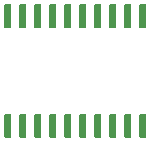
<source format=gbr>
%TF.GenerationSoftware,KiCad,Pcbnew,5.1.5+dfsg1-2build2*%
%TF.CreationDate,2021-10-31T16:16:40-04:00*%
%TF.ProjectId,PCB_LeftPanel,5043425f-4c65-4667-9450-616e656c2e6b,1*%
%TF.SameCoordinates,Original*%
%TF.FileFunction,Paste,Top*%
%TF.FilePolarity,Positive*%
%FSLAX46Y46*%
G04 Gerber Fmt 4.6, Leading zero omitted, Abs format (unit mm)*
G04 Created by KiCad (PCBNEW 5.1.5+dfsg1-2build2) date 2021-10-31 16:16:40*
%MOMM*%
%LPD*%
G04 APERTURE LIST*
%ADD10C,0.100000*%
G04 APERTURE END LIST*
D10*
%TO.C,U3*%
G36*
X65569703Y-59505722D02*
G01*
X65584264Y-59507882D01*
X65598543Y-59511459D01*
X65612403Y-59516418D01*
X65625710Y-59522712D01*
X65638336Y-59530280D01*
X65650159Y-59539048D01*
X65661066Y-59548934D01*
X65670952Y-59559841D01*
X65679720Y-59571664D01*
X65687288Y-59584290D01*
X65693582Y-59597597D01*
X65698541Y-59611457D01*
X65702118Y-59625736D01*
X65704278Y-59640297D01*
X65705000Y-59655000D01*
X65705000Y-61405000D01*
X65704278Y-61419703D01*
X65702118Y-61434264D01*
X65698541Y-61448543D01*
X65693582Y-61462403D01*
X65687288Y-61475710D01*
X65679720Y-61488336D01*
X65670952Y-61500159D01*
X65661066Y-61511066D01*
X65650159Y-61520952D01*
X65638336Y-61529720D01*
X65625710Y-61537288D01*
X65612403Y-61543582D01*
X65598543Y-61548541D01*
X65584264Y-61552118D01*
X65569703Y-61554278D01*
X65555000Y-61555000D01*
X65255000Y-61555000D01*
X65240297Y-61554278D01*
X65225736Y-61552118D01*
X65211457Y-61548541D01*
X65197597Y-61543582D01*
X65184290Y-61537288D01*
X65171664Y-61529720D01*
X65159841Y-61520952D01*
X65148934Y-61511066D01*
X65139048Y-61500159D01*
X65130280Y-61488336D01*
X65122712Y-61475710D01*
X65116418Y-61462403D01*
X65111459Y-61448543D01*
X65107882Y-61434264D01*
X65105722Y-61419703D01*
X65105000Y-61405000D01*
X65105000Y-59655000D01*
X65105722Y-59640297D01*
X65107882Y-59625736D01*
X65111459Y-59611457D01*
X65116418Y-59597597D01*
X65122712Y-59584290D01*
X65130280Y-59571664D01*
X65139048Y-59559841D01*
X65148934Y-59548934D01*
X65159841Y-59539048D01*
X65171664Y-59530280D01*
X65184290Y-59522712D01*
X65197597Y-59516418D01*
X65211457Y-59511459D01*
X65225736Y-59507882D01*
X65240297Y-59505722D01*
X65255000Y-59505000D01*
X65555000Y-59505000D01*
X65569703Y-59505722D01*
G37*
G36*
X64299703Y-59505722D02*
G01*
X64314264Y-59507882D01*
X64328543Y-59511459D01*
X64342403Y-59516418D01*
X64355710Y-59522712D01*
X64368336Y-59530280D01*
X64380159Y-59539048D01*
X64391066Y-59548934D01*
X64400952Y-59559841D01*
X64409720Y-59571664D01*
X64417288Y-59584290D01*
X64423582Y-59597597D01*
X64428541Y-59611457D01*
X64432118Y-59625736D01*
X64434278Y-59640297D01*
X64435000Y-59655000D01*
X64435000Y-61405000D01*
X64434278Y-61419703D01*
X64432118Y-61434264D01*
X64428541Y-61448543D01*
X64423582Y-61462403D01*
X64417288Y-61475710D01*
X64409720Y-61488336D01*
X64400952Y-61500159D01*
X64391066Y-61511066D01*
X64380159Y-61520952D01*
X64368336Y-61529720D01*
X64355710Y-61537288D01*
X64342403Y-61543582D01*
X64328543Y-61548541D01*
X64314264Y-61552118D01*
X64299703Y-61554278D01*
X64285000Y-61555000D01*
X63985000Y-61555000D01*
X63970297Y-61554278D01*
X63955736Y-61552118D01*
X63941457Y-61548541D01*
X63927597Y-61543582D01*
X63914290Y-61537288D01*
X63901664Y-61529720D01*
X63889841Y-61520952D01*
X63878934Y-61511066D01*
X63869048Y-61500159D01*
X63860280Y-61488336D01*
X63852712Y-61475710D01*
X63846418Y-61462403D01*
X63841459Y-61448543D01*
X63837882Y-61434264D01*
X63835722Y-61419703D01*
X63835000Y-61405000D01*
X63835000Y-59655000D01*
X63835722Y-59640297D01*
X63837882Y-59625736D01*
X63841459Y-59611457D01*
X63846418Y-59597597D01*
X63852712Y-59584290D01*
X63860280Y-59571664D01*
X63869048Y-59559841D01*
X63878934Y-59548934D01*
X63889841Y-59539048D01*
X63901664Y-59530280D01*
X63914290Y-59522712D01*
X63927597Y-59516418D01*
X63941457Y-59511459D01*
X63955736Y-59507882D01*
X63970297Y-59505722D01*
X63985000Y-59505000D01*
X64285000Y-59505000D01*
X64299703Y-59505722D01*
G37*
G36*
X63029703Y-59505722D02*
G01*
X63044264Y-59507882D01*
X63058543Y-59511459D01*
X63072403Y-59516418D01*
X63085710Y-59522712D01*
X63098336Y-59530280D01*
X63110159Y-59539048D01*
X63121066Y-59548934D01*
X63130952Y-59559841D01*
X63139720Y-59571664D01*
X63147288Y-59584290D01*
X63153582Y-59597597D01*
X63158541Y-59611457D01*
X63162118Y-59625736D01*
X63164278Y-59640297D01*
X63165000Y-59655000D01*
X63165000Y-61405000D01*
X63164278Y-61419703D01*
X63162118Y-61434264D01*
X63158541Y-61448543D01*
X63153582Y-61462403D01*
X63147288Y-61475710D01*
X63139720Y-61488336D01*
X63130952Y-61500159D01*
X63121066Y-61511066D01*
X63110159Y-61520952D01*
X63098336Y-61529720D01*
X63085710Y-61537288D01*
X63072403Y-61543582D01*
X63058543Y-61548541D01*
X63044264Y-61552118D01*
X63029703Y-61554278D01*
X63015000Y-61555000D01*
X62715000Y-61555000D01*
X62700297Y-61554278D01*
X62685736Y-61552118D01*
X62671457Y-61548541D01*
X62657597Y-61543582D01*
X62644290Y-61537288D01*
X62631664Y-61529720D01*
X62619841Y-61520952D01*
X62608934Y-61511066D01*
X62599048Y-61500159D01*
X62590280Y-61488336D01*
X62582712Y-61475710D01*
X62576418Y-61462403D01*
X62571459Y-61448543D01*
X62567882Y-61434264D01*
X62565722Y-61419703D01*
X62565000Y-61405000D01*
X62565000Y-59655000D01*
X62565722Y-59640297D01*
X62567882Y-59625736D01*
X62571459Y-59611457D01*
X62576418Y-59597597D01*
X62582712Y-59584290D01*
X62590280Y-59571664D01*
X62599048Y-59559841D01*
X62608934Y-59548934D01*
X62619841Y-59539048D01*
X62631664Y-59530280D01*
X62644290Y-59522712D01*
X62657597Y-59516418D01*
X62671457Y-59511459D01*
X62685736Y-59507882D01*
X62700297Y-59505722D01*
X62715000Y-59505000D01*
X63015000Y-59505000D01*
X63029703Y-59505722D01*
G37*
G36*
X61759703Y-59505722D02*
G01*
X61774264Y-59507882D01*
X61788543Y-59511459D01*
X61802403Y-59516418D01*
X61815710Y-59522712D01*
X61828336Y-59530280D01*
X61840159Y-59539048D01*
X61851066Y-59548934D01*
X61860952Y-59559841D01*
X61869720Y-59571664D01*
X61877288Y-59584290D01*
X61883582Y-59597597D01*
X61888541Y-59611457D01*
X61892118Y-59625736D01*
X61894278Y-59640297D01*
X61895000Y-59655000D01*
X61895000Y-61405000D01*
X61894278Y-61419703D01*
X61892118Y-61434264D01*
X61888541Y-61448543D01*
X61883582Y-61462403D01*
X61877288Y-61475710D01*
X61869720Y-61488336D01*
X61860952Y-61500159D01*
X61851066Y-61511066D01*
X61840159Y-61520952D01*
X61828336Y-61529720D01*
X61815710Y-61537288D01*
X61802403Y-61543582D01*
X61788543Y-61548541D01*
X61774264Y-61552118D01*
X61759703Y-61554278D01*
X61745000Y-61555000D01*
X61445000Y-61555000D01*
X61430297Y-61554278D01*
X61415736Y-61552118D01*
X61401457Y-61548541D01*
X61387597Y-61543582D01*
X61374290Y-61537288D01*
X61361664Y-61529720D01*
X61349841Y-61520952D01*
X61338934Y-61511066D01*
X61329048Y-61500159D01*
X61320280Y-61488336D01*
X61312712Y-61475710D01*
X61306418Y-61462403D01*
X61301459Y-61448543D01*
X61297882Y-61434264D01*
X61295722Y-61419703D01*
X61295000Y-61405000D01*
X61295000Y-59655000D01*
X61295722Y-59640297D01*
X61297882Y-59625736D01*
X61301459Y-59611457D01*
X61306418Y-59597597D01*
X61312712Y-59584290D01*
X61320280Y-59571664D01*
X61329048Y-59559841D01*
X61338934Y-59548934D01*
X61349841Y-59539048D01*
X61361664Y-59530280D01*
X61374290Y-59522712D01*
X61387597Y-59516418D01*
X61401457Y-59511459D01*
X61415736Y-59507882D01*
X61430297Y-59505722D01*
X61445000Y-59505000D01*
X61745000Y-59505000D01*
X61759703Y-59505722D01*
G37*
G36*
X60489703Y-59505722D02*
G01*
X60504264Y-59507882D01*
X60518543Y-59511459D01*
X60532403Y-59516418D01*
X60545710Y-59522712D01*
X60558336Y-59530280D01*
X60570159Y-59539048D01*
X60581066Y-59548934D01*
X60590952Y-59559841D01*
X60599720Y-59571664D01*
X60607288Y-59584290D01*
X60613582Y-59597597D01*
X60618541Y-59611457D01*
X60622118Y-59625736D01*
X60624278Y-59640297D01*
X60625000Y-59655000D01*
X60625000Y-61405000D01*
X60624278Y-61419703D01*
X60622118Y-61434264D01*
X60618541Y-61448543D01*
X60613582Y-61462403D01*
X60607288Y-61475710D01*
X60599720Y-61488336D01*
X60590952Y-61500159D01*
X60581066Y-61511066D01*
X60570159Y-61520952D01*
X60558336Y-61529720D01*
X60545710Y-61537288D01*
X60532403Y-61543582D01*
X60518543Y-61548541D01*
X60504264Y-61552118D01*
X60489703Y-61554278D01*
X60475000Y-61555000D01*
X60175000Y-61555000D01*
X60160297Y-61554278D01*
X60145736Y-61552118D01*
X60131457Y-61548541D01*
X60117597Y-61543582D01*
X60104290Y-61537288D01*
X60091664Y-61529720D01*
X60079841Y-61520952D01*
X60068934Y-61511066D01*
X60059048Y-61500159D01*
X60050280Y-61488336D01*
X60042712Y-61475710D01*
X60036418Y-61462403D01*
X60031459Y-61448543D01*
X60027882Y-61434264D01*
X60025722Y-61419703D01*
X60025000Y-61405000D01*
X60025000Y-59655000D01*
X60025722Y-59640297D01*
X60027882Y-59625736D01*
X60031459Y-59611457D01*
X60036418Y-59597597D01*
X60042712Y-59584290D01*
X60050280Y-59571664D01*
X60059048Y-59559841D01*
X60068934Y-59548934D01*
X60079841Y-59539048D01*
X60091664Y-59530280D01*
X60104290Y-59522712D01*
X60117597Y-59516418D01*
X60131457Y-59511459D01*
X60145736Y-59507882D01*
X60160297Y-59505722D01*
X60175000Y-59505000D01*
X60475000Y-59505000D01*
X60489703Y-59505722D01*
G37*
G36*
X59219703Y-59505722D02*
G01*
X59234264Y-59507882D01*
X59248543Y-59511459D01*
X59262403Y-59516418D01*
X59275710Y-59522712D01*
X59288336Y-59530280D01*
X59300159Y-59539048D01*
X59311066Y-59548934D01*
X59320952Y-59559841D01*
X59329720Y-59571664D01*
X59337288Y-59584290D01*
X59343582Y-59597597D01*
X59348541Y-59611457D01*
X59352118Y-59625736D01*
X59354278Y-59640297D01*
X59355000Y-59655000D01*
X59355000Y-61405000D01*
X59354278Y-61419703D01*
X59352118Y-61434264D01*
X59348541Y-61448543D01*
X59343582Y-61462403D01*
X59337288Y-61475710D01*
X59329720Y-61488336D01*
X59320952Y-61500159D01*
X59311066Y-61511066D01*
X59300159Y-61520952D01*
X59288336Y-61529720D01*
X59275710Y-61537288D01*
X59262403Y-61543582D01*
X59248543Y-61548541D01*
X59234264Y-61552118D01*
X59219703Y-61554278D01*
X59205000Y-61555000D01*
X58905000Y-61555000D01*
X58890297Y-61554278D01*
X58875736Y-61552118D01*
X58861457Y-61548541D01*
X58847597Y-61543582D01*
X58834290Y-61537288D01*
X58821664Y-61529720D01*
X58809841Y-61520952D01*
X58798934Y-61511066D01*
X58789048Y-61500159D01*
X58780280Y-61488336D01*
X58772712Y-61475710D01*
X58766418Y-61462403D01*
X58761459Y-61448543D01*
X58757882Y-61434264D01*
X58755722Y-61419703D01*
X58755000Y-61405000D01*
X58755000Y-59655000D01*
X58755722Y-59640297D01*
X58757882Y-59625736D01*
X58761459Y-59611457D01*
X58766418Y-59597597D01*
X58772712Y-59584290D01*
X58780280Y-59571664D01*
X58789048Y-59559841D01*
X58798934Y-59548934D01*
X58809841Y-59539048D01*
X58821664Y-59530280D01*
X58834290Y-59522712D01*
X58847597Y-59516418D01*
X58861457Y-59511459D01*
X58875736Y-59507882D01*
X58890297Y-59505722D01*
X58905000Y-59505000D01*
X59205000Y-59505000D01*
X59219703Y-59505722D01*
G37*
G36*
X57949703Y-59505722D02*
G01*
X57964264Y-59507882D01*
X57978543Y-59511459D01*
X57992403Y-59516418D01*
X58005710Y-59522712D01*
X58018336Y-59530280D01*
X58030159Y-59539048D01*
X58041066Y-59548934D01*
X58050952Y-59559841D01*
X58059720Y-59571664D01*
X58067288Y-59584290D01*
X58073582Y-59597597D01*
X58078541Y-59611457D01*
X58082118Y-59625736D01*
X58084278Y-59640297D01*
X58085000Y-59655000D01*
X58085000Y-61405000D01*
X58084278Y-61419703D01*
X58082118Y-61434264D01*
X58078541Y-61448543D01*
X58073582Y-61462403D01*
X58067288Y-61475710D01*
X58059720Y-61488336D01*
X58050952Y-61500159D01*
X58041066Y-61511066D01*
X58030159Y-61520952D01*
X58018336Y-61529720D01*
X58005710Y-61537288D01*
X57992403Y-61543582D01*
X57978543Y-61548541D01*
X57964264Y-61552118D01*
X57949703Y-61554278D01*
X57935000Y-61555000D01*
X57635000Y-61555000D01*
X57620297Y-61554278D01*
X57605736Y-61552118D01*
X57591457Y-61548541D01*
X57577597Y-61543582D01*
X57564290Y-61537288D01*
X57551664Y-61529720D01*
X57539841Y-61520952D01*
X57528934Y-61511066D01*
X57519048Y-61500159D01*
X57510280Y-61488336D01*
X57502712Y-61475710D01*
X57496418Y-61462403D01*
X57491459Y-61448543D01*
X57487882Y-61434264D01*
X57485722Y-61419703D01*
X57485000Y-61405000D01*
X57485000Y-59655000D01*
X57485722Y-59640297D01*
X57487882Y-59625736D01*
X57491459Y-59611457D01*
X57496418Y-59597597D01*
X57502712Y-59584290D01*
X57510280Y-59571664D01*
X57519048Y-59559841D01*
X57528934Y-59548934D01*
X57539841Y-59539048D01*
X57551664Y-59530280D01*
X57564290Y-59522712D01*
X57577597Y-59516418D01*
X57591457Y-59511459D01*
X57605736Y-59507882D01*
X57620297Y-59505722D01*
X57635000Y-59505000D01*
X57935000Y-59505000D01*
X57949703Y-59505722D01*
G37*
G36*
X56679703Y-59505722D02*
G01*
X56694264Y-59507882D01*
X56708543Y-59511459D01*
X56722403Y-59516418D01*
X56735710Y-59522712D01*
X56748336Y-59530280D01*
X56760159Y-59539048D01*
X56771066Y-59548934D01*
X56780952Y-59559841D01*
X56789720Y-59571664D01*
X56797288Y-59584290D01*
X56803582Y-59597597D01*
X56808541Y-59611457D01*
X56812118Y-59625736D01*
X56814278Y-59640297D01*
X56815000Y-59655000D01*
X56815000Y-61405000D01*
X56814278Y-61419703D01*
X56812118Y-61434264D01*
X56808541Y-61448543D01*
X56803582Y-61462403D01*
X56797288Y-61475710D01*
X56789720Y-61488336D01*
X56780952Y-61500159D01*
X56771066Y-61511066D01*
X56760159Y-61520952D01*
X56748336Y-61529720D01*
X56735710Y-61537288D01*
X56722403Y-61543582D01*
X56708543Y-61548541D01*
X56694264Y-61552118D01*
X56679703Y-61554278D01*
X56665000Y-61555000D01*
X56365000Y-61555000D01*
X56350297Y-61554278D01*
X56335736Y-61552118D01*
X56321457Y-61548541D01*
X56307597Y-61543582D01*
X56294290Y-61537288D01*
X56281664Y-61529720D01*
X56269841Y-61520952D01*
X56258934Y-61511066D01*
X56249048Y-61500159D01*
X56240280Y-61488336D01*
X56232712Y-61475710D01*
X56226418Y-61462403D01*
X56221459Y-61448543D01*
X56217882Y-61434264D01*
X56215722Y-61419703D01*
X56215000Y-61405000D01*
X56215000Y-59655000D01*
X56215722Y-59640297D01*
X56217882Y-59625736D01*
X56221459Y-59611457D01*
X56226418Y-59597597D01*
X56232712Y-59584290D01*
X56240280Y-59571664D01*
X56249048Y-59559841D01*
X56258934Y-59548934D01*
X56269841Y-59539048D01*
X56281664Y-59530280D01*
X56294290Y-59522712D01*
X56307597Y-59516418D01*
X56321457Y-59511459D01*
X56335736Y-59507882D01*
X56350297Y-59505722D01*
X56365000Y-59505000D01*
X56665000Y-59505000D01*
X56679703Y-59505722D01*
G37*
G36*
X55409703Y-59505722D02*
G01*
X55424264Y-59507882D01*
X55438543Y-59511459D01*
X55452403Y-59516418D01*
X55465710Y-59522712D01*
X55478336Y-59530280D01*
X55490159Y-59539048D01*
X55501066Y-59548934D01*
X55510952Y-59559841D01*
X55519720Y-59571664D01*
X55527288Y-59584290D01*
X55533582Y-59597597D01*
X55538541Y-59611457D01*
X55542118Y-59625736D01*
X55544278Y-59640297D01*
X55545000Y-59655000D01*
X55545000Y-61405000D01*
X55544278Y-61419703D01*
X55542118Y-61434264D01*
X55538541Y-61448543D01*
X55533582Y-61462403D01*
X55527288Y-61475710D01*
X55519720Y-61488336D01*
X55510952Y-61500159D01*
X55501066Y-61511066D01*
X55490159Y-61520952D01*
X55478336Y-61529720D01*
X55465710Y-61537288D01*
X55452403Y-61543582D01*
X55438543Y-61548541D01*
X55424264Y-61552118D01*
X55409703Y-61554278D01*
X55395000Y-61555000D01*
X55095000Y-61555000D01*
X55080297Y-61554278D01*
X55065736Y-61552118D01*
X55051457Y-61548541D01*
X55037597Y-61543582D01*
X55024290Y-61537288D01*
X55011664Y-61529720D01*
X54999841Y-61520952D01*
X54988934Y-61511066D01*
X54979048Y-61500159D01*
X54970280Y-61488336D01*
X54962712Y-61475710D01*
X54956418Y-61462403D01*
X54951459Y-61448543D01*
X54947882Y-61434264D01*
X54945722Y-61419703D01*
X54945000Y-61405000D01*
X54945000Y-59655000D01*
X54945722Y-59640297D01*
X54947882Y-59625736D01*
X54951459Y-59611457D01*
X54956418Y-59597597D01*
X54962712Y-59584290D01*
X54970280Y-59571664D01*
X54979048Y-59559841D01*
X54988934Y-59548934D01*
X54999841Y-59539048D01*
X55011664Y-59530280D01*
X55024290Y-59522712D01*
X55037597Y-59516418D01*
X55051457Y-59511459D01*
X55065736Y-59507882D01*
X55080297Y-59505722D01*
X55095000Y-59505000D01*
X55395000Y-59505000D01*
X55409703Y-59505722D01*
G37*
G36*
X54139703Y-59505722D02*
G01*
X54154264Y-59507882D01*
X54168543Y-59511459D01*
X54182403Y-59516418D01*
X54195710Y-59522712D01*
X54208336Y-59530280D01*
X54220159Y-59539048D01*
X54231066Y-59548934D01*
X54240952Y-59559841D01*
X54249720Y-59571664D01*
X54257288Y-59584290D01*
X54263582Y-59597597D01*
X54268541Y-59611457D01*
X54272118Y-59625736D01*
X54274278Y-59640297D01*
X54275000Y-59655000D01*
X54275000Y-61405000D01*
X54274278Y-61419703D01*
X54272118Y-61434264D01*
X54268541Y-61448543D01*
X54263582Y-61462403D01*
X54257288Y-61475710D01*
X54249720Y-61488336D01*
X54240952Y-61500159D01*
X54231066Y-61511066D01*
X54220159Y-61520952D01*
X54208336Y-61529720D01*
X54195710Y-61537288D01*
X54182403Y-61543582D01*
X54168543Y-61548541D01*
X54154264Y-61552118D01*
X54139703Y-61554278D01*
X54125000Y-61555000D01*
X53825000Y-61555000D01*
X53810297Y-61554278D01*
X53795736Y-61552118D01*
X53781457Y-61548541D01*
X53767597Y-61543582D01*
X53754290Y-61537288D01*
X53741664Y-61529720D01*
X53729841Y-61520952D01*
X53718934Y-61511066D01*
X53709048Y-61500159D01*
X53700280Y-61488336D01*
X53692712Y-61475710D01*
X53686418Y-61462403D01*
X53681459Y-61448543D01*
X53677882Y-61434264D01*
X53675722Y-61419703D01*
X53675000Y-61405000D01*
X53675000Y-59655000D01*
X53675722Y-59640297D01*
X53677882Y-59625736D01*
X53681459Y-59611457D01*
X53686418Y-59597597D01*
X53692712Y-59584290D01*
X53700280Y-59571664D01*
X53709048Y-59559841D01*
X53718934Y-59548934D01*
X53729841Y-59539048D01*
X53741664Y-59530280D01*
X53754290Y-59522712D01*
X53767597Y-59516418D01*
X53781457Y-59511459D01*
X53795736Y-59507882D01*
X53810297Y-59505722D01*
X53825000Y-59505000D01*
X54125000Y-59505000D01*
X54139703Y-59505722D01*
G37*
G36*
X54139703Y-50205722D02*
G01*
X54154264Y-50207882D01*
X54168543Y-50211459D01*
X54182403Y-50216418D01*
X54195710Y-50222712D01*
X54208336Y-50230280D01*
X54220159Y-50239048D01*
X54231066Y-50248934D01*
X54240952Y-50259841D01*
X54249720Y-50271664D01*
X54257288Y-50284290D01*
X54263582Y-50297597D01*
X54268541Y-50311457D01*
X54272118Y-50325736D01*
X54274278Y-50340297D01*
X54275000Y-50355000D01*
X54275000Y-52105000D01*
X54274278Y-52119703D01*
X54272118Y-52134264D01*
X54268541Y-52148543D01*
X54263582Y-52162403D01*
X54257288Y-52175710D01*
X54249720Y-52188336D01*
X54240952Y-52200159D01*
X54231066Y-52211066D01*
X54220159Y-52220952D01*
X54208336Y-52229720D01*
X54195710Y-52237288D01*
X54182403Y-52243582D01*
X54168543Y-52248541D01*
X54154264Y-52252118D01*
X54139703Y-52254278D01*
X54125000Y-52255000D01*
X53825000Y-52255000D01*
X53810297Y-52254278D01*
X53795736Y-52252118D01*
X53781457Y-52248541D01*
X53767597Y-52243582D01*
X53754290Y-52237288D01*
X53741664Y-52229720D01*
X53729841Y-52220952D01*
X53718934Y-52211066D01*
X53709048Y-52200159D01*
X53700280Y-52188336D01*
X53692712Y-52175710D01*
X53686418Y-52162403D01*
X53681459Y-52148543D01*
X53677882Y-52134264D01*
X53675722Y-52119703D01*
X53675000Y-52105000D01*
X53675000Y-50355000D01*
X53675722Y-50340297D01*
X53677882Y-50325736D01*
X53681459Y-50311457D01*
X53686418Y-50297597D01*
X53692712Y-50284290D01*
X53700280Y-50271664D01*
X53709048Y-50259841D01*
X53718934Y-50248934D01*
X53729841Y-50239048D01*
X53741664Y-50230280D01*
X53754290Y-50222712D01*
X53767597Y-50216418D01*
X53781457Y-50211459D01*
X53795736Y-50207882D01*
X53810297Y-50205722D01*
X53825000Y-50205000D01*
X54125000Y-50205000D01*
X54139703Y-50205722D01*
G37*
G36*
X55409703Y-50205722D02*
G01*
X55424264Y-50207882D01*
X55438543Y-50211459D01*
X55452403Y-50216418D01*
X55465710Y-50222712D01*
X55478336Y-50230280D01*
X55490159Y-50239048D01*
X55501066Y-50248934D01*
X55510952Y-50259841D01*
X55519720Y-50271664D01*
X55527288Y-50284290D01*
X55533582Y-50297597D01*
X55538541Y-50311457D01*
X55542118Y-50325736D01*
X55544278Y-50340297D01*
X55545000Y-50355000D01*
X55545000Y-52105000D01*
X55544278Y-52119703D01*
X55542118Y-52134264D01*
X55538541Y-52148543D01*
X55533582Y-52162403D01*
X55527288Y-52175710D01*
X55519720Y-52188336D01*
X55510952Y-52200159D01*
X55501066Y-52211066D01*
X55490159Y-52220952D01*
X55478336Y-52229720D01*
X55465710Y-52237288D01*
X55452403Y-52243582D01*
X55438543Y-52248541D01*
X55424264Y-52252118D01*
X55409703Y-52254278D01*
X55395000Y-52255000D01*
X55095000Y-52255000D01*
X55080297Y-52254278D01*
X55065736Y-52252118D01*
X55051457Y-52248541D01*
X55037597Y-52243582D01*
X55024290Y-52237288D01*
X55011664Y-52229720D01*
X54999841Y-52220952D01*
X54988934Y-52211066D01*
X54979048Y-52200159D01*
X54970280Y-52188336D01*
X54962712Y-52175710D01*
X54956418Y-52162403D01*
X54951459Y-52148543D01*
X54947882Y-52134264D01*
X54945722Y-52119703D01*
X54945000Y-52105000D01*
X54945000Y-50355000D01*
X54945722Y-50340297D01*
X54947882Y-50325736D01*
X54951459Y-50311457D01*
X54956418Y-50297597D01*
X54962712Y-50284290D01*
X54970280Y-50271664D01*
X54979048Y-50259841D01*
X54988934Y-50248934D01*
X54999841Y-50239048D01*
X55011664Y-50230280D01*
X55024290Y-50222712D01*
X55037597Y-50216418D01*
X55051457Y-50211459D01*
X55065736Y-50207882D01*
X55080297Y-50205722D01*
X55095000Y-50205000D01*
X55395000Y-50205000D01*
X55409703Y-50205722D01*
G37*
G36*
X56679703Y-50205722D02*
G01*
X56694264Y-50207882D01*
X56708543Y-50211459D01*
X56722403Y-50216418D01*
X56735710Y-50222712D01*
X56748336Y-50230280D01*
X56760159Y-50239048D01*
X56771066Y-50248934D01*
X56780952Y-50259841D01*
X56789720Y-50271664D01*
X56797288Y-50284290D01*
X56803582Y-50297597D01*
X56808541Y-50311457D01*
X56812118Y-50325736D01*
X56814278Y-50340297D01*
X56815000Y-50355000D01*
X56815000Y-52105000D01*
X56814278Y-52119703D01*
X56812118Y-52134264D01*
X56808541Y-52148543D01*
X56803582Y-52162403D01*
X56797288Y-52175710D01*
X56789720Y-52188336D01*
X56780952Y-52200159D01*
X56771066Y-52211066D01*
X56760159Y-52220952D01*
X56748336Y-52229720D01*
X56735710Y-52237288D01*
X56722403Y-52243582D01*
X56708543Y-52248541D01*
X56694264Y-52252118D01*
X56679703Y-52254278D01*
X56665000Y-52255000D01*
X56365000Y-52255000D01*
X56350297Y-52254278D01*
X56335736Y-52252118D01*
X56321457Y-52248541D01*
X56307597Y-52243582D01*
X56294290Y-52237288D01*
X56281664Y-52229720D01*
X56269841Y-52220952D01*
X56258934Y-52211066D01*
X56249048Y-52200159D01*
X56240280Y-52188336D01*
X56232712Y-52175710D01*
X56226418Y-52162403D01*
X56221459Y-52148543D01*
X56217882Y-52134264D01*
X56215722Y-52119703D01*
X56215000Y-52105000D01*
X56215000Y-50355000D01*
X56215722Y-50340297D01*
X56217882Y-50325736D01*
X56221459Y-50311457D01*
X56226418Y-50297597D01*
X56232712Y-50284290D01*
X56240280Y-50271664D01*
X56249048Y-50259841D01*
X56258934Y-50248934D01*
X56269841Y-50239048D01*
X56281664Y-50230280D01*
X56294290Y-50222712D01*
X56307597Y-50216418D01*
X56321457Y-50211459D01*
X56335736Y-50207882D01*
X56350297Y-50205722D01*
X56365000Y-50205000D01*
X56665000Y-50205000D01*
X56679703Y-50205722D01*
G37*
G36*
X57949703Y-50205722D02*
G01*
X57964264Y-50207882D01*
X57978543Y-50211459D01*
X57992403Y-50216418D01*
X58005710Y-50222712D01*
X58018336Y-50230280D01*
X58030159Y-50239048D01*
X58041066Y-50248934D01*
X58050952Y-50259841D01*
X58059720Y-50271664D01*
X58067288Y-50284290D01*
X58073582Y-50297597D01*
X58078541Y-50311457D01*
X58082118Y-50325736D01*
X58084278Y-50340297D01*
X58085000Y-50355000D01*
X58085000Y-52105000D01*
X58084278Y-52119703D01*
X58082118Y-52134264D01*
X58078541Y-52148543D01*
X58073582Y-52162403D01*
X58067288Y-52175710D01*
X58059720Y-52188336D01*
X58050952Y-52200159D01*
X58041066Y-52211066D01*
X58030159Y-52220952D01*
X58018336Y-52229720D01*
X58005710Y-52237288D01*
X57992403Y-52243582D01*
X57978543Y-52248541D01*
X57964264Y-52252118D01*
X57949703Y-52254278D01*
X57935000Y-52255000D01*
X57635000Y-52255000D01*
X57620297Y-52254278D01*
X57605736Y-52252118D01*
X57591457Y-52248541D01*
X57577597Y-52243582D01*
X57564290Y-52237288D01*
X57551664Y-52229720D01*
X57539841Y-52220952D01*
X57528934Y-52211066D01*
X57519048Y-52200159D01*
X57510280Y-52188336D01*
X57502712Y-52175710D01*
X57496418Y-52162403D01*
X57491459Y-52148543D01*
X57487882Y-52134264D01*
X57485722Y-52119703D01*
X57485000Y-52105000D01*
X57485000Y-50355000D01*
X57485722Y-50340297D01*
X57487882Y-50325736D01*
X57491459Y-50311457D01*
X57496418Y-50297597D01*
X57502712Y-50284290D01*
X57510280Y-50271664D01*
X57519048Y-50259841D01*
X57528934Y-50248934D01*
X57539841Y-50239048D01*
X57551664Y-50230280D01*
X57564290Y-50222712D01*
X57577597Y-50216418D01*
X57591457Y-50211459D01*
X57605736Y-50207882D01*
X57620297Y-50205722D01*
X57635000Y-50205000D01*
X57935000Y-50205000D01*
X57949703Y-50205722D01*
G37*
G36*
X59219703Y-50205722D02*
G01*
X59234264Y-50207882D01*
X59248543Y-50211459D01*
X59262403Y-50216418D01*
X59275710Y-50222712D01*
X59288336Y-50230280D01*
X59300159Y-50239048D01*
X59311066Y-50248934D01*
X59320952Y-50259841D01*
X59329720Y-50271664D01*
X59337288Y-50284290D01*
X59343582Y-50297597D01*
X59348541Y-50311457D01*
X59352118Y-50325736D01*
X59354278Y-50340297D01*
X59355000Y-50355000D01*
X59355000Y-52105000D01*
X59354278Y-52119703D01*
X59352118Y-52134264D01*
X59348541Y-52148543D01*
X59343582Y-52162403D01*
X59337288Y-52175710D01*
X59329720Y-52188336D01*
X59320952Y-52200159D01*
X59311066Y-52211066D01*
X59300159Y-52220952D01*
X59288336Y-52229720D01*
X59275710Y-52237288D01*
X59262403Y-52243582D01*
X59248543Y-52248541D01*
X59234264Y-52252118D01*
X59219703Y-52254278D01*
X59205000Y-52255000D01*
X58905000Y-52255000D01*
X58890297Y-52254278D01*
X58875736Y-52252118D01*
X58861457Y-52248541D01*
X58847597Y-52243582D01*
X58834290Y-52237288D01*
X58821664Y-52229720D01*
X58809841Y-52220952D01*
X58798934Y-52211066D01*
X58789048Y-52200159D01*
X58780280Y-52188336D01*
X58772712Y-52175710D01*
X58766418Y-52162403D01*
X58761459Y-52148543D01*
X58757882Y-52134264D01*
X58755722Y-52119703D01*
X58755000Y-52105000D01*
X58755000Y-50355000D01*
X58755722Y-50340297D01*
X58757882Y-50325736D01*
X58761459Y-50311457D01*
X58766418Y-50297597D01*
X58772712Y-50284290D01*
X58780280Y-50271664D01*
X58789048Y-50259841D01*
X58798934Y-50248934D01*
X58809841Y-50239048D01*
X58821664Y-50230280D01*
X58834290Y-50222712D01*
X58847597Y-50216418D01*
X58861457Y-50211459D01*
X58875736Y-50207882D01*
X58890297Y-50205722D01*
X58905000Y-50205000D01*
X59205000Y-50205000D01*
X59219703Y-50205722D01*
G37*
G36*
X60489703Y-50205722D02*
G01*
X60504264Y-50207882D01*
X60518543Y-50211459D01*
X60532403Y-50216418D01*
X60545710Y-50222712D01*
X60558336Y-50230280D01*
X60570159Y-50239048D01*
X60581066Y-50248934D01*
X60590952Y-50259841D01*
X60599720Y-50271664D01*
X60607288Y-50284290D01*
X60613582Y-50297597D01*
X60618541Y-50311457D01*
X60622118Y-50325736D01*
X60624278Y-50340297D01*
X60625000Y-50355000D01*
X60625000Y-52105000D01*
X60624278Y-52119703D01*
X60622118Y-52134264D01*
X60618541Y-52148543D01*
X60613582Y-52162403D01*
X60607288Y-52175710D01*
X60599720Y-52188336D01*
X60590952Y-52200159D01*
X60581066Y-52211066D01*
X60570159Y-52220952D01*
X60558336Y-52229720D01*
X60545710Y-52237288D01*
X60532403Y-52243582D01*
X60518543Y-52248541D01*
X60504264Y-52252118D01*
X60489703Y-52254278D01*
X60475000Y-52255000D01*
X60175000Y-52255000D01*
X60160297Y-52254278D01*
X60145736Y-52252118D01*
X60131457Y-52248541D01*
X60117597Y-52243582D01*
X60104290Y-52237288D01*
X60091664Y-52229720D01*
X60079841Y-52220952D01*
X60068934Y-52211066D01*
X60059048Y-52200159D01*
X60050280Y-52188336D01*
X60042712Y-52175710D01*
X60036418Y-52162403D01*
X60031459Y-52148543D01*
X60027882Y-52134264D01*
X60025722Y-52119703D01*
X60025000Y-52105000D01*
X60025000Y-50355000D01*
X60025722Y-50340297D01*
X60027882Y-50325736D01*
X60031459Y-50311457D01*
X60036418Y-50297597D01*
X60042712Y-50284290D01*
X60050280Y-50271664D01*
X60059048Y-50259841D01*
X60068934Y-50248934D01*
X60079841Y-50239048D01*
X60091664Y-50230280D01*
X60104290Y-50222712D01*
X60117597Y-50216418D01*
X60131457Y-50211459D01*
X60145736Y-50207882D01*
X60160297Y-50205722D01*
X60175000Y-50205000D01*
X60475000Y-50205000D01*
X60489703Y-50205722D01*
G37*
G36*
X61759703Y-50205722D02*
G01*
X61774264Y-50207882D01*
X61788543Y-50211459D01*
X61802403Y-50216418D01*
X61815710Y-50222712D01*
X61828336Y-50230280D01*
X61840159Y-50239048D01*
X61851066Y-50248934D01*
X61860952Y-50259841D01*
X61869720Y-50271664D01*
X61877288Y-50284290D01*
X61883582Y-50297597D01*
X61888541Y-50311457D01*
X61892118Y-50325736D01*
X61894278Y-50340297D01*
X61895000Y-50355000D01*
X61895000Y-52105000D01*
X61894278Y-52119703D01*
X61892118Y-52134264D01*
X61888541Y-52148543D01*
X61883582Y-52162403D01*
X61877288Y-52175710D01*
X61869720Y-52188336D01*
X61860952Y-52200159D01*
X61851066Y-52211066D01*
X61840159Y-52220952D01*
X61828336Y-52229720D01*
X61815710Y-52237288D01*
X61802403Y-52243582D01*
X61788543Y-52248541D01*
X61774264Y-52252118D01*
X61759703Y-52254278D01*
X61745000Y-52255000D01*
X61445000Y-52255000D01*
X61430297Y-52254278D01*
X61415736Y-52252118D01*
X61401457Y-52248541D01*
X61387597Y-52243582D01*
X61374290Y-52237288D01*
X61361664Y-52229720D01*
X61349841Y-52220952D01*
X61338934Y-52211066D01*
X61329048Y-52200159D01*
X61320280Y-52188336D01*
X61312712Y-52175710D01*
X61306418Y-52162403D01*
X61301459Y-52148543D01*
X61297882Y-52134264D01*
X61295722Y-52119703D01*
X61295000Y-52105000D01*
X61295000Y-50355000D01*
X61295722Y-50340297D01*
X61297882Y-50325736D01*
X61301459Y-50311457D01*
X61306418Y-50297597D01*
X61312712Y-50284290D01*
X61320280Y-50271664D01*
X61329048Y-50259841D01*
X61338934Y-50248934D01*
X61349841Y-50239048D01*
X61361664Y-50230280D01*
X61374290Y-50222712D01*
X61387597Y-50216418D01*
X61401457Y-50211459D01*
X61415736Y-50207882D01*
X61430297Y-50205722D01*
X61445000Y-50205000D01*
X61745000Y-50205000D01*
X61759703Y-50205722D01*
G37*
G36*
X63029703Y-50205722D02*
G01*
X63044264Y-50207882D01*
X63058543Y-50211459D01*
X63072403Y-50216418D01*
X63085710Y-50222712D01*
X63098336Y-50230280D01*
X63110159Y-50239048D01*
X63121066Y-50248934D01*
X63130952Y-50259841D01*
X63139720Y-50271664D01*
X63147288Y-50284290D01*
X63153582Y-50297597D01*
X63158541Y-50311457D01*
X63162118Y-50325736D01*
X63164278Y-50340297D01*
X63165000Y-50355000D01*
X63165000Y-52105000D01*
X63164278Y-52119703D01*
X63162118Y-52134264D01*
X63158541Y-52148543D01*
X63153582Y-52162403D01*
X63147288Y-52175710D01*
X63139720Y-52188336D01*
X63130952Y-52200159D01*
X63121066Y-52211066D01*
X63110159Y-52220952D01*
X63098336Y-52229720D01*
X63085710Y-52237288D01*
X63072403Y-52243582D01*
X63058543Y-52248541D01*
X63044264Y-52252118D01*
X63029703Y-52254278D01*
X63015000Y-52255000D01*
X62715000Y-52255000D01*
X62700297Y-52254278D01*
X62685736Y-52252118D01*
X62671457Y-52248541D01*
X62657597Y-52243582D01*
X62644290Y-52237288D01*
X62631664Y-52229720D01*
X62619841Y-52220952D01*
X62608934Y-52211066D01*
X62599048Y-52200159D01*
X62590280Y-52188336D01*
X62582712Y-52175710D01*
X62576418Y-52162403D01*
X62571459Y-52148543D01*
X62567882Y-52134264D01*
X62565722Y-52119703D01*
X62565000Y-52105000D01*
X62565000Y-50355000D01*
X62565722Y-50340297D01*
X62567882Y-50325736D01*
X62571459Y-50311457D01*
X62576418Y-50297597D01*
X62582712Y-50284290D01*
X62590280Y-50271664D01*
X62599048Y-50259841D01*
X62608934Y-50248934D01*
X62619841Y-50239048D01*
X62631664Y-50230280D01*
X62644290Y-50222712D01*
X62657597Y-50216418D01*
X62671457Y-50211459D01*
X62685736Y-50207882D01*
X62700297Y-50205722D01*
X62715000Y-50205000D01*
X63015000Y-50205000D01*
X63029703Y-50205722D01*
G37*
G36*
X64299703Y-50205722D02*
G01*
X64314264Y-50207882D01*
X64328543Y-50211459D01*
X64342403Y-50216418D01*
X64355710Y-50222712D01*
X64368336Y-50230280D01*
X64380159Y-50239048D01*
X64391066Y-50248934D01*
X64400952Y-50259841D01*
X64409720Y-50271664D01*
X64417288Y-50284290D01*
X64423582Y-50297597D01*
X64428541Y-50311457D01*
X64432118Y-50325736D01*
X64434278Y-50340297D01*
X64435000Y-50355000D01*
X64435000Y-52105000D01*
X64434278Y-52119703D01*
X64432118Y-52134264D01*
X64428541Y-52148543D01*
X64423582Y-52162403D01*
X64417288Y-52175710D01*
X64409720Y-52188336D01*
X64400952Y-52200159D01*
X64391066Y-52211066D01*
X64380159Y-52220952D01*
X64368336Y-52229720D01*
X64355710Y-52237288D01*
X64342403Y-52243582D01*
X64328543Y-52248541D01*
X64314264Y-52252118D01*
X64299703Y-52254278D01*
X64285000Y-52255000D01*
X63985000Y-52255000D01*
X63970297Y-52254278D01*
X63955736Y-52252118D01*
X63941457Y-52248541D01*
X63927597Y-52243582D01*
X63914290Y-52237288D01*
X63901664Y-52229720D01*
X63889841Y-52220952D01*
X63878934Y-52211066D01*
X63869048Y-52200159D01*
X63860280Y-52188336D01*
X63852712Y-52175710D01*
X63846418Y-52162403D01*
X63841459Y-52148543D01*
X63837882Y-52134264D01*
X63835722Y-52119703D01*
X63835000Y-52105000D01*
X63835000Y-50355000D01*
X63835722Y-50340297D01*
X63837882Y-50325736D01*
X63841459Y-50311457D01*
X63846418Y-50297597D01*
X63852712Y-50284290D01*
X63860280Y-50271664D01*
X63869048Y-50259841D01*
X63878934Y-50248934D01*
X63889841Y-50239048D01*
X63901664Y-50230280D01*
X63914290Y-50222712D01*
X63927597Y-50216418D01*
X63941457Y-50211459D01*
X63955736Y-50207882D01*
X63970297Y-50205722D01*
X63985000Y-50205000D01*
X64285000Y-50205000D01*
X64299703Y-50205722D01*
G37*
G36*
X65569703Y-50205722D02*
G01*
X65584264Y-50207882D01*
X65598543Y-50211459D01*
X65612403Y-50216418D01*
X65625710Y-50222712D01*
X65638336Y-50230280D01*
X65650159Y-50239048D01*
X65661066Y-50248934D01*
X65670952Y-50259841D01*
X65679720Y-50271664D01*
X65687288Y-50284290D01*
X65693582Y-50297597D01*
X65698541Y-50311457D01*
X65702118Y-50325736D01*
X65704278Y-50340297D01*
X65705000Y-50355000D01*
X65705000Y-52105000D01*
X65704278Y-52119703D01*
X65702118Y-52134264D01*
X65698541Y-52148543D01*
X65693582Y-52162403D01*
X65687288Y-52175710D01*
X65679720Y-52188336D01*
X65670952Y-52200159D01*
X65661066Y-52211066D01*
X65650159Y-52220952D01*
X65638336Y-52229720D01*
X65625710Y-52237288D01*
X65612403Y-52243582D01*
X65598543Y-52248541D01*
X65584264Y-52252118D01*
X65569703Y-52254278D01*
X65555000Y-52255000D01*
X65255000Y-52255000D01*
X65240297Y-52254278D01*
X65225736Y-52252118D01*
X65211457Y-52248541D01*
X65197597Y-52243582D01*
X65184290Y-52237288D01*
X65171664Y-52229720D01*
X65159841Y-52220952D01*
X65148934Y-52211066D01*
X65139048Y-52200159D01*
X65130280Y-52188336D01*
X65122712Y-52175710D01*
X65116418Y-52162403D01*
X65111459Y-52148543D01*
X65107882Y-52134264D01*
X65105722Y-52119703D01*
X65105000Y-52105000D01*
X65105000Y-50355000D01*
X65105722Y-50340297D01*
X65107882Y-50325736D01*
X65111459Y-50311457D01*
X65116418Y-50297597D01*
X65122712Y-50284290D01*
X65130280Y-50271664D01*
X65139048Y-50259841D01*
X65148934Y-50248934D01*
X65159841Y-50239048D01*
X65171664Y-50230280D01*
X65184290Y-50222712D01*
X65197597Y-50216418D01*
X65211457Y-50211459D01*
X65225736Y-50207882D01*
X65240297Y-50205722D01*
X65255000Y-50205000D01*
X65555000Y-50205000D01*
X65569703Y-50205722D01*
G37*
%TD*%
M02*

</source>
